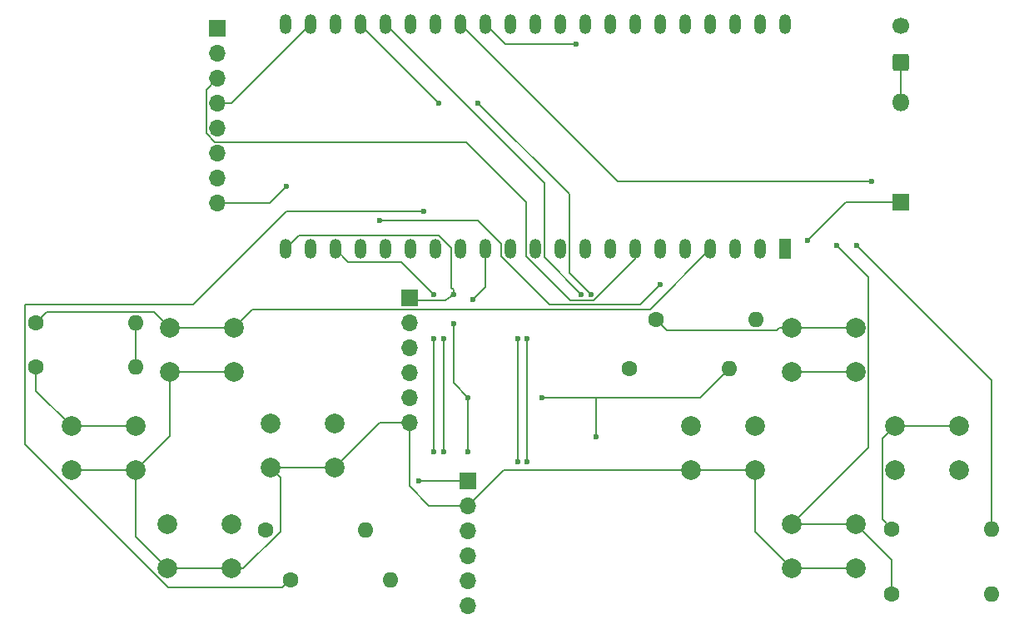
<source format=gbr>
%TF.GenerationSoftware,KiCad,Pcbnew,8.0.2*%
%TF.CreationDate,2024-06-07T00:11:44+02:00*%
%TF.ProjectId,BBC,4242432e-6b69-4636-9164-5f7063625858,rev?*%
%TF.SameCoordinates,Original*%
%TF.FileFunction,Copper,L2,Bot*%
%TF.FilePolarity,Positive*%
%FSLAX46Y46*%
G04 Gerber Fmt 4.6, Leading zero omitted, Abs format (unit mm)*
G04 Created by KiCad (PCBNEW 8.0.2) date 2024-06-07 00:11:44*
%MOMM*%
%LPD*%
G01*
G04 APERTURE LIST*
G04 Aperture macros list*
%AMRoundRect*
0 Rectangle with rounded corners*
0 $1 Rounding radius*
0 $2 $3 $4 $5 $6 $7 $8 $9 X,Y pos of 4 corners*
0 Add a 4 corners polygon primitive as box body*
4,1,4,$2,$3,$4,$5,$6,$7,$8,$9,$2,$3,0*
0 Add four circle primitives for the rounded corners*
1,1,$1+$1,$2,$3*
1,1,$1+$1,$4,$5*
1,1,$1+$1,$6,$7*
1,1,$1+$1,$8,$9*
0 Add four rect primitives between the rounded corners*
20,1,$1+$1,$2,$3,$4,$5,0*
20,1,$1+$1,$4,$5,$6,$7,0*
20,1,$1+$1,$6,$7,$8,$9,0*
20,1,$1+$1,$8,$9,$2,$3,0*%
G04 Aperture macros list end*
%TA.AperFunction,ComponentPad*%
%ADD10R,1.800000X1.800000*%
%TD*%
%TA.AperFunction,ComponentPad*%
%ADD11O,1.800000X1.800000*%
%TD*%
%TA.AperFunction,ComponentPad*%
%ADD12RoundRect,0.250000X0.600000X-0.600000X0.600000X0.600000X-0.600000X0.600000X-0.600000X-0.600000X0*%
%TD*%
%TA.AperFunction,ComponentPad*%
%ADD13C,1.700000*%
%TD*%
%TA.AperFunction,ComponentPad*%
%ADD14R,1.700000X1.700000*%
%TD*%
%TA.AperFunction,ComponentPad*%
%ADD15O,1.700000X1.700000*%
%TD*%
%TA.AperFunction,ComponentPad*%
%ADD16O,1.200000X2.000000*%
%TD*%
%TA.AperFunction,ComponentPad*%
%ADD17R,1.200000X2.000000*%
%TD*%
%TA.AperFunction,ComponentPad*%
%ADD18C,2.000000*%
%TD*%
%TA.AperFunction,ComponentPad*%
%ADD19O,1.600000X1.600000*%
%TD*%
%TA.AperFunction,ComponentPad*%
%ADD20C,1.600000*%
%TD*%
%TA.AperFunction,ViaPad*%
%ADD21C,0.600000*%
%TD*%
%TA.AperFunction,Conductor*%
%ADD22C,0.200000*%
%TD*%
G04 APERTURE END LIST*
D10*
%TO.P,D1,1,K*%
%TO.N,+5V*%
X127500000Y-56580000D03*
D11*
%TO.P,D1,2,A*%
%TO.N,Net-(D1-A)*%
X127500000Y-46420000D03*
%TD*%
D12*
%TO.P,J4,1,Pin_1*%
%TO.N,Net-(D1-A)*%
X127500000Y-42350000D03*
D13*
%TO.P,J4,2,Pin_2*%
%TO.N,GND*%
X127500000Y-38650000D03*
%TD*%
D14*
%TO.P,J3,1,Pin_1*%
%TO.N,GND*%
X77500000Y-66340000D03*
D15*
%TO.P,J3,2,Pin_2*%
%TO.N,/BCK*%
X77500000Y-68880000D03*
%TO.P,J3,3,Pin_3*%
%TO.N,/DIN*%
X77500000Y-71420000D03*
%TO.P,J3,4,Pin_4*%
%TO.N,/LCK*%
X77500000Y-73960000D03*
%TO.P,J3,5,Pin_5*%
%TO.N,GND*%
X77500000Y-76500000D03*
%TO.P,J3,6,Pin_6*%
%TO.N,+5V*%
X77500000Y-79040000D03*
%TD*%
%TO.P,J2,6,Pin_6*%
%TO.N,/CS*%
X83500000Y-97660000D03*
%TO.P,J2,5,Pin_5*%
%TO.N,/SCK_SD*%
X83500000Y-95120000D03*
%TO.P,J2,4,Pin_4*%
%TO.N,/MOSI*%
X83500000Y-92580000D03*
%TO.P,J2,3,Pin_3*%
%TO.N,/MISO*%
X83500000Y-90040000D03*
%TO.P,J2,2,Pin_2*%
%TO.N,+5V*%
X83500000Y-87500000D03*
D14*
%TO.P,J2,1,Pin_1*%
%TO.N,GND*%
X83500000Y-84960000D03*
%TD*%
D15*
%TO.P,J1,8,Pin_8*%
%TO.N,GND*%
X58000000Y-56700000D03*
%TO.P,J1,7,Pin_7*%
%TO.N,+5V*%
X58000000Y-54160000D03*
%TO.P,J1,6,Pin_6*%
%TO.N,/SCL*%
X58000000Y-51620000D03*
%TO.P,J1,5,Pin_5*%
%TO.N,/SDA*%
X58000000Y-49080000D03*
%TO.P,J1,4,Pin_4*%
%TO.N,/RES*%
X58000000Y-46540000D03*
%TO.P,J1,3,Pin_3*%
%TO.N,/DC*%
X58000000Y-44000000D03*
%TO.P,J1,2,Pin_2*%
%TO.N,GND*%
X58000000Y-41460000D03*
D14*
%TO.P,J1,1,Pin_1*%
X58000000Y-38920000D03*
%TD*%
D16*
%TO.P,U4,42,GND*%
%TO.N,GND*%
X115720000Y-38500000D03*
%TO.P,U4,41,~{RST}*%
%TO.N,unconnected-(U4-~{RST}-Pad41)*%
X113180000Y-38500000D03*
%TO.P,U4,40,GPIO46/LOG*%
%TO.N,unconnected-(U4-GPIO46{slash}LOG-Pad40)*%
X110640000Y-38500000D03*
%TO.P,U4,39,GPIO45/VSPI*%
%TO.N,unconnected-(U4-GPIO45{slash}VSPI-Pad39)*%
X108100000Y-38500000D03*
%TO.P,U4,38,U0RXD/GPIO44/CLK_OUT2*%
%TO.N,unconnected-(U4-U0RXD{slash}GPIO44{slash}CLK_OUT2-Pad38)*%
X105560000Y-38500000D03*
%TO.P,U4,37,U0TXD/GPIO43/CLK_OUT1*%
%TO.N,unconnected-(U4-U0TXD{slash}GPIO43{slash}CLK_OUT1-Pad37)*%
X103020000Y-38500000D03*
%TO.P,U4,36,MTMS/JTAG/GPIO42*%
%TO.N,unconnected-(U4-MTMS{slash}JTAG{slash}GPIO42-Pad36)*%
X100480000Y-38500000D03*
%TO.P,U4,35,MTDI/JTAG/GPIO41*%
%TO.N,unconnected-(U4-MTDI{slash}JTAG{slash}GPIO41-Pad35)*%
X97940000Y-38500000D03*
%TO.P,U4,34,MTDO/JTAG/GPIO40*%
%TO.N,unconnected-(U4-MTDO{slash}JTAG{slash}GPIO40-Pad34)*%
X95400000Y-38500000D03*
%TO.P,U4,33,MTCK/JTAG/GPIO39*%
%TO.N,/39*%
X92860000Y-38500000D03*
%TO.P,U4,32,GPIO38*%
%TO.N,/LCK*%
X90320000Y-38500000D03*
%TO.P,U4,31,GPIO37*%
%TO.N,/SDA*%
X87780000Y-38500000D03*
%TO.P,U4,30,GPIO36*%
%TO.N,/36*%
X85240000Y-38500000D03*
%TO.P,U4,29,GPIO35*%
%TO.N,/35*%
X82700000Y-38500000D03*
%TO.P,U4,28,GPIO34*%
%TO.N,/34*%
X80160000Y-38500000D03*
%TO.P,U4,27,GPIO33*%
%TO.N,/BCK*%
X77620000Y-38500000D03*
%TO.P,U4,26,GPIO26*%
%TO.N,/26*%
X75080000Y-38500000D03*
%TO.P,U4,25,GPIO21*%
%TO.N,/21*%
X72540000Y-38500000D03*
%TO.P,U4,24,GPIO20/U1CTS/ADC2_CH9/CLK_OUT1/USB_D+*%
%TO.N,unconnected-(U4-GPIO20{slash}U1CTS{slash}ADC2_CH9{slash}CLK_OUT1{slash}USB_D+-Pad24)*%
X70000000Y-38500000D03*
%TO.P,U4,23,GPIO19/U1RTS/ADC2_CH8/CLK_OUT2/USB_D-*%
%TO.N,/RES*%
X67460000Y-38500000D03*
%TO.P,U4,22,GPIO18/U1RXD/ADC2_CH7/DAC_2/CLK_OUT3/RGB_LED*%
%TO.N,/SCL*%
X64920000Y-38503680D03*
%TO.P,U4,21,GND*%
%TO.N,GND*%
X64920000Y-61363680D03*
%TO.P,U4,20,5V0*%
%TO.N,+5V*%
X67460000Y-61363680D03*
%TO.P,U4,19,GPIO17/U1TXD/ADC2_CH6/DAC_1*%
%TO.N,/CS*%
X69997280Y-61360000D03*
%TO.P,U4,18,GPIO16/U0CTS/ADC2_CH5/XTAL_32K_N*%
%TO.N,unconnected-(U4-GPIO16{slash}U0CTS{slash}ADC2_CH5{slash}XTAL_32K_N-Pad18)*%
X72537280Y-61360000D03*
%TO.P,U4,17,GPIO15/U0RTS/ADC2_CH4/XTAL_32K_P*%
%TO.N,/15*%
X75077280Y-61360000D03*
%TO.P,U4,16,GPIO14/TOUCH14/ADC2_CH3/FSPIWP/FSPIDQS*%
%TO.N,/SCK_SD*%
X77617280Y-61360000D03*
%TO.P,U4,15,GPIO13/TOUCH13/ADC2_CH2/FSPIQ/FSPIIO7*%
%TO.N,/MISO*%
X80157280Y-61360000D03*
%TO.P,U4,14,GPIO12/TOUCH12/ADC2_CH1/FSPICLK/FSPIIO6*%
%TO.N,/MOSI*%
X82697280Y-61360000D03*
%TO.P,U4,13,GPIO11/TOUCH11/ADC2_CH0/FSPID/FSPIIO5*%
%TO.N,/DIN*%
X85237280Y-61360000D03*
%TO.P,U4,12,GPIO10/TOUCH10/ADC1_CH9/FSPICS0/FSPIIO4*%
%TO.N,unconnected-(U4-GPIO10{slash}TOUCH10{slash}ADC1_CH9{slash}FSPICS0{slash}FSPIIO4-Pad12)*%
X87777280Y-61360000D03*
%TO.P,U4,11,GPIO9/TOUCH9/ADC1_CH8/FSPIHD*%
%TO.N,unconnected-(U4-GPIO9{slash}TOUCH9{slash}ADC1_CH8{slash}FSPIHD-Pad11)*%
X90317280Y-61360000D03*
%TO.P,U4,10,GPIO8/TOUCH8/ADC1_CH7*%
%TO.N,unconnected-(U4-GPIO8{slash}TOUCH8{slash}ADC1_CH7-Pad10)*%
X92857280Y-61360000D03*
%TO.P,U4,9,GPIO7/TOUCH7/ADC1_CH6*%
%TO.N,unconnected-(U4-GPIO7{slash}TOUCH7{slash}ADC1_CH6-Pad9)*%
X95397280Y-61360000D03*
%TO.P,U4,8,GPIO6/TOUCH6/ADC1_CH5*%
%TO.N,unconnected-(U4-GPIO6{slash}TOUCH6{slash}ADC1_CH5-Pad8)*%
X97937280Y-61360000D03*
%TO.P,U4,7,GPIO5/TOUCH5/ADC1_CH4*%
%TO.N,/DC*%
X100477280Y-61360000D03*
%TO.P,U4,6,GPIO4/TOUCH4/ADC1_CH3*%
%TO.N,unconnected-(U4-GPIO4{slash}TOUCH4{slash}ADC1_CH3-Pad6)*%
X103017280Y-61360000D03*
%TO.P,U4,5,GPIO3/TOUCH3/ADC1_CH2*%
%TO.N,unconnected-(U4-GPIO3{slash}TOUCH3{slash}ADC1_CH2-Pad5)*%
X105557280Y-61360000D03*
%TO.P,U4,4,GPIO2/TOUCH2/ADC1_CH1*%
%TO.N,/2*%
X108097280Y-61360000D03*
%TO.P,U4,3,GPIO1/TOUCH1/ADC1_CH0*%
%TO.N,unconnected-(U4-GPIO1{slash}TOUCH1{slash}ADC1_CH0-Pad3)*%
X110637280Y-61360000D03*
%TO.P,U4,2,GPIO0/BOOT*%
%TO.N,unconnected-(U4-GPIO0{slash}BOOT-Pad2)*%
X113177280Y-61360000D03*
D17*
%TO.P,U4,1,3V3*%
%TO.N,+3V3*%
X115717280Y-61360000D03*
%TD*%
D18*
%TO.P,SW8,2,2*%
%TO.N,+5V*%
X122887280Y-93860000D03*
X116387280Y-93860000D03*
%TO.P,SW8,1,1*%
%TO.N,/36*%
X122887280Y-89360000D03*
X116387280Y-89360000D03*
%TD*%
%TO.P,SW7,2,2*%
%TO.N,+5V*%
X133387280Y-83860000D03*
X126887280Y-83860000D03*
%TO.P,SW7,1,1*%
%TO.N,/35*%
X133387280Y-79360000D03*
X126887280Y-79360000D03*
%TD*%
%TO.P,SW6,2,2*%
%TO.N,+5V*%
X112637280Y-83860000D03*
X106137280Y-83860000D03*
%TO.P,SW6,1,1*%
%TO.N,/26*%
X112637280Y-79360000D03*
X106137280Y-79360000D03*
%TD*%
%TO.P,SW5,2,2*%
%TO.N,+5V*%
X122887280Y-73860000D03*
X116387280Y-73860000D03*
%TO.P,SW5,1,1*%
%TO.N,/21*%
X122887280Y-69360000D03*
X116387280Y-69360000D03*
%TD*%
%TO.P,SW4,2,2*%
%TO.N,+5V*%
X69887280Y-83610000D03*
X63387280Y-83610000D03*
%TO.P,SW4,1,1*%
%TO.N,/34*%
X69887280Y-79110000D03*
X63387280Y-79110000D03*
%TD*%
%TO.P,SW3,2,2*%
%TO.N,+5V*%
X59387280Y-93860000D03*
X52887280Y-93860000D03*
%TO.P,SW3,1,1*%
%TO.N,/39*%
X59387280Y-89360000D03*
X52887280Y-89360000D03*
%TD*%
%TO.P,SW2,2,2*%
%TO.N,+5V*%
X49637280Y-83860000D03*
X43137280Y-83860000D03*
%TO.P,SW2,1,1*%
%TO.N,/15*%
X49637280Y-79360000D03*
X43137280Y-79360000D03*
%TD*%
%TO.P,SW1,2,2*%
%TO.N,+5V*%
X59637280Y-73860000D03*
X53137280Y-73860000D03*
%TO.P,SW1,1,1*%
%TO.N,/2*%
X59637280Y-69360000D03*
X53137280Y-69360000D03*
%TD*%
D19*
%TO.P,R8,2*%
%TO.N,GND*%
X136717280Y-96500000D03*
D20*
%TO.P,R8,1*%
%TO.N,/36*%
X126557280Y-96500000D03*
%TD*%
D19*
%TO.P,R7,2*%
%TO.N,GND*%
X136717280Y-89860000D03*
D20*
%TO.P,R7,1*%
%TO.N,/35*%
X126557280Y-89860000D03*
%TD*%
D19*
%TO.P,R6,2*%
%TO.N,GND*%
X110080000Y-73500000D03*
D20*
%TO.P,R6,1*%
%TO.N,/26*%
X99920000Y-73500000D03*
%TD*%
D19*
%TO.P,R5,2*%
%TO.N,GND*%
X112717280Y-68500000D03*
D20*
%TO.P,R5,1*%
%TO.N,/21*%
X102557280Y-68500000D03*
%TD*%
D19*
%TO.P,R4,2*%
%TO.N,GND*%
X75580000Y-95000000D03*
D20*
%TO.P,R4,1*%
%TO.N,/34*%
X65420000Y-95000000D03*
%TD*%
%TO.P,R3,1*%
%TO.N,/39*%
X62920000Y-90000000D03*
D19*
%TO.P,R3,2*%
%TO.N,GND*%
X73080000Y-90000000D03*
%TD*%
%TO.P,R2,2*%
%TO.N,GND*%
X49717280Y-73360000D03*
D20*
%TO.P,R2,1*%
%TO.N,/15*%
X39557280Y-73360000D03*
%TD*%
D19*
%TO.P,R1,2*%
%TO.N,GND*%
X49717280Y-68860000D03*
D20*
%TO.P,R1,1*%
%TO.N,/2*%
X39557280Y-68860000D03*
%TD*%
D21*
%TO.N,+5V*%
X103000000Y-65000000D03*
X74500000Y-58500000D03*
X118000000Y-60500000D03*
%TO.N,GND*%
X82000000Y-69000000D03*
X82000000Y-66000000D03*
X78500000Y-85000000D03*
X123000000Y-61000000D03*
X96500000Y-80500000D03*
X91000000Y-76500000D03*
X83500000Y-76500000D03*
X83500000Y-82000000D03*
X65000000Y-55000000D03*
%TO.N,/36*%
X94500000Y-40500000D03*
X121000000Y-61000000D03*
%TO.N,/34*%
X79000000Y-57500000D03*
%TO.N,/DIN*%
X84000000Y-66500000D03*
%TO.N,/21*%
X80500000Y-46500000D03*
%TO.N,/35*%
X124500000Y-54500000D03*
%TO.N,/21*%
X84500000Y-46500000D03*
X96000000Y-66000000D03*
%TO.N,/26*%
X95000000Y-66000000D03*
%TO.N,/CS*%
X80000000Y-66000000D03*
X80000000Y-70500000D03*
X80000000Y-82000000D03*
%TO.N,/SCK_SD*%
X81000000Y-70500000D03*
X81000000Y-82000000D03*
%TO.N,/MOSI*%
X89500000Y-70500000D03*
X89500000Y-83000000D03*
%TO.N,/MISO*%
X88500000Y-70500000D03*
X88500000Y-83000000D03*
%TD*%
D22*
%TO.N,+5V*%
X101000000Y-67000000D02*
X103000000Y-65000000D01*
X91744488Y-67000000D02*
X101000000Y-67000000D01*
X86877280Y-62132792D02*
X91744488Y-67000000D01*
X86877280Y-60877280D02*
X86877280Y-62132792D01*
X84500000Y-58500000D02*
X86877280Y-60877280D01*
X74500000Y-58500000D02*
X84500000Y-58500000D01*
X118000000Y-60500000D02*
X121920000Y-56580000D01*
X121920000Y-56580000D02*
X127500000Y-56580000D01*
%TO.N,GND*%
X82000000Y-75000000D02*
X83500000Y-76500000D01*
X82000000Y-69000000D02*
X82000000Y-75000000D01*
X81797280Y-65297280D02*
X81797280Y-61297280D01*
X82000000Y-65500000D02*
X81797280Y-65297280D01*
X82000000Y-66000000D02*
X82000000Y-65500000D01*
X82000000Y-66000000D02*
X81197280Y-66600000D01*
X78540000Y-84960000D02*
X78500000Y-85000000D01*
X83500000Y-84960000D02*
X78540000Y-84960000D01*
%TO.N,+5V*%
X79500000Y-87500000D02*
X83500000Y-87500000D01*
X77500000Y-85500000D02*
X79500000Y-87500000D01*
X77500000Y-79040000D02*
X77500000Y-85500000D01*
%TO.N,GND*%
X81197280Y-66600000D02*
X77760000Y-66600000D01*
X81797280Y-66000000D02*
X82000000Y-66000000D01*
X77760000Y-66600000D02*
X77500000Y-66340000D01*
X136717280Y-74717280D02*
X123000000Y-61000000D01*
X136717280Y-89860000D02*
X136717280Y-74717280D01*
X96500000Y-80500000D02*
X96500000Y-76500000D01*
X96500000Y-76500000D02*
X91000000Y-76500000D01*
X107080000Y-76500000D02*
X96500000Y-76500000D01*
X110080000Y-73500000D02*
X107080000Y-76500000D01*
X81797280Y-61297280D02*
X80500000Y-60000000D01*
X80500000Y-60000000D02*
X66283680Y-60000000D01*
X66283680Y-60000000D02*
X64920000Y-61363680D01*
X77500000Y-66340000D02*
X78160000Y-67000000D01*
X83500000Y-82000000D02*
X83500000Y-76500000D01*
X63300000Y-56700000D02*
X65000000Y-55000000D01*
X58000000Y-56700000D02*
X63300000Y-56700000D01*
X49717280Y-68860000D02*
X49717280Y-73360000D01*
%TO.N,/36*%
X87240000Y-40500000D02*
X85240000Y-38500000D01*
X94500000Y-40500000D02*
X87240000Y-40500000D01*
X124187280Y-64187280D02*
X121000000Y-61000000D01*
X124187280Y-81560000D02*
X124187280Y-64187280D01*
X116387280Y-89360000D02*
X124187280Y-81560000D01*
%TO.N,/34*%
X65000000Y-57500000D02*
X79000000Y-57500000D01*
X55500000Y-67000000D02*
X65000000Y-57500000D01*
%TO.N,/DIN*%
X85237280Y-65262720D02*
X85237280Y-61360000D01*
X84000000Y-66500000D02*
X85237280Y-65262720D01*
%TO.N,/34*%
X38500000Y-67000000D02*
X55500000Y-67000000D01*
X38457280Y-81268478D02*
X38457280Y-67042720D01*
X38457280Y-67042720D02*
X38500000Y-67000000D01*
X65420000Y-95000000D02*
X64620001Y-95799999D01*
X64620001Y-95799999D02*
X52988801Y-95799999D01*
X52988801Y-95799999D02*
X38457280Y-81268478D01*
%TO.N,/DC*%
X100477280Y-62371249D02*
X100477280Y-61360000D01*
X96248529Y-66600000D02*
X100477280Y-62371249D01*
X93884488Y-66600000D02*
X96248529Y-66600000D01*
X89417280Y-62132792D02*
X93884488Y-66600000D01*
X89417280Y-56589928D02*
X89417280Y-62132792D01*
X83297352Y-50470000D02*
X89417280Y-56589928D01*
X57763654Y-50470000D02*
X83297352Y-50470000D01*
X56850000Y-49556346D02*
X57763654Y-50470000D01*
X56850000Y-45150000D02*
X56850000Y-49556346D01*
X58000000Y-44000000D02*
X56850000Y-45150000D01*
%TO.N,/RES*%
X59420000Y-46540000D02*
X67460000Y-38500000D01*
X58000000Y-46540000D02*
X59420000Y-46540000D01*
%TO.N,/21*%
X80500000Y-46500000D02*
X72540000Y-38540000D01*
X72540000Y-38540000D02*
X72540000Y-38500000D01*
%TO.N,/35*%
X98700000Y-54500000D02*
X82700000Y-38500000D01*
X124500000Y-54500000D02*
X98700000Y-54500000D01*
%TO.N,/21*%
X93757280Y-55757280D02*
X84500000Y-46500000D01*
X93757280Y-63757280D02*
X93757280Y-55757280D01*
X96000000Y-66000000D02*
X93757280Y-63757280D01*
%TO.N,/26*%
X91217280Y-54637280D02*
X75080000Y-38500000D01*
X91217280Y-62217280D02*
X91217280Y-54637280D01*
X95000000Y-66000000D02*
X91217280Y-62217280D01*
%TO.N,/CS*%
X71297280Y-62660000D02*
X69997280Y-61360000D01*
X76660000Y-62660000D02*
X71297280Y-62660000D01*
X80000000Y-66000000D02*
X76660000Y-62660000D01*
X80000000Y-82000000D02*
X80000000Y-70500000D01*
%TO.N,/SCK_SD*%
X81000000Y-82000000D02*
X81000000Y-70500000D01*
%TO.N,/MOSI*%
X89500000Y-83000000D02*
X89500000Y-70500000D01*
%TO.N,/MISO*%
X88500000Y-83000000D02*
X88500000Y-70500000D01*
%TO.N,/2*%
X61507280Y-67490000D02*
X101967280Y-67490000D01*
X101967280Y-67490000D02*
X108097280Y-61360000D01*
X59637280Y-69360000D02*
X61507280Y-67490000D01*
%TO.N,+5V*%
X53137280Y-80360000D02*
X49637280Y-83860000D01*
X53137280Y-73860000D02*
X53137280Y-80360000D01*
X59637280Y-73860000D02*
X53137280Y-73860000D01*
%TO.N,/2*%
X53137280Y-69360000D02*
X59637280Y-69360000D01*
X51537280Y-67760000D02*
X53137280Y-69360000D01*
X40657280Y-67760000D02*
X51537280Y-67760000D01*
X39557280Y-68860000D02*
X40657280Y-67760000D01*
%TO.N,/15*%
X39557280Y-75780000D02*
X43137280Y-79360000D01*
X39557280Y-73360000D02*
X39557280Y-75780000D01*
X43137280Y-79360000D02*
X49637280Y-79360000D01*
%TO.N,+5V*%
X49637280Y-83860000D02*
X43137280Y-83860000D01*
X49637280Y-90610000D02*
X49637280Y-83860000D01*
X52887280Y-93860000D02*
X49637280Y-90610000D01*
X59387280Y-93860000D02*
X52887280Y-93860000D01*
X60615635Y-93860000D02*
X59387280Y-93860000D01*
X64387280Y-84610000D02*
X64387280Y-90088355D01*
X63387280Y-83610000D02*
X64387280Y-84610000D01*
X64387280Y-90088355D02*
X60615635Y-93860000D01*
X69887280Y-83610000D02*
X63387280Y-83610000D01*
X77500000Y-79040000D02*
X74457280Y-79040000D01*
X74457280Y-79040000D02*
X69887280Y-83610000D01*
X87140000Y-83860000D02*
X83500000Y-87500000D01*
X106137280Y-83860000D02*
X87140000Y-83860000D01*
X112637280Y-83860000D02*
X106137280Y-83860000D01*
X112637280Y-90110000D02*
X112637280Y-83860000D01*
X116387280Y-93860000D02*
X112637280Y-90110000D01*
%TO.N,/36*%
X122887280Y-89360000D02*
X116387280Y-89360000D01*
%TO.N,+5V*%
X122887280Y-93860000D02*
X116387280Y-93860000D01*
%TO.N,/36*%
X126557280Y-93030000D02*
X122887280Y-89360000D01*
X126557280Y-96500000D02*
X126557280Y-93030000D01*
%TO.N,/35*%
X125587280Y-80660000D02*
X126887280Y-79360000D01*
X125587280Y-88890000D02*
X125587280Y-80660000D01*
X126557280Y-89860000D02*
X125587280Y-88890000D01*
X126887280Y-79360000D02*
X133387280Y-79360000D01*
%TO.N,+5V*%
X116387280Y-73860000D02*
X122887280Y-73860000D01*
%TO.N,/21*%
X103657280Y-69600000D02*
X102557280Y-68500000D01*
X115140000Y-69360000D02*
X114900000Y-69600000D01*
X114900000Y-69600000D02*
X103657280Y-69600000D01*
X116387280Y-69360000D02*
X115140000Y-69360000D01*
X116387280Y-69360000D02*
X122887280Y-69360000D01*
%TO.N,Net-(D1-A)*%
X127500000Y-42350000D02*
X127500000Y-46420000D01*
%TD*%
M02*

</source>
